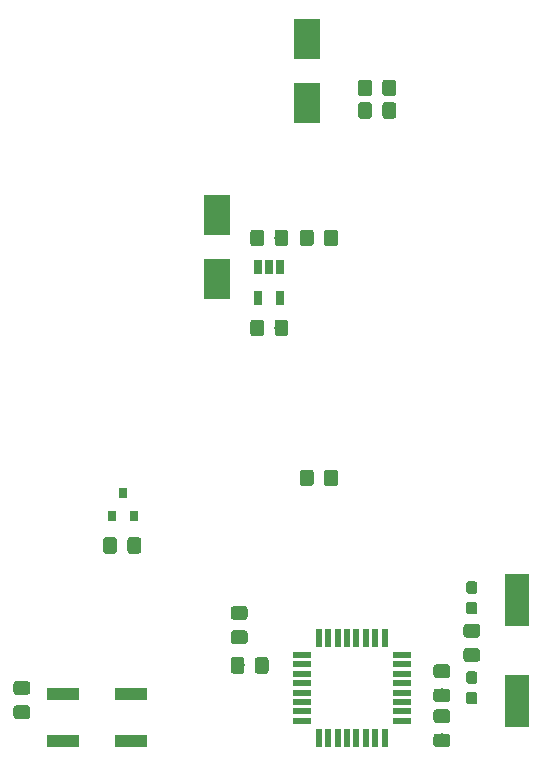
<source format=gbr>
G04 #@! TF.GenerationSoftware,KiCad,Pcbnew,5.1.2-f72e74a~84~ubuntu18.04.1*
G04 #@! TF.CreationDate,2019-05-07T20:49:25+02:00*
G04 #@! TF.ProjectId,slow-cooker,736c6f77-2d63-46f6-9f6b-65722e6b6963,rev?*
G04 #@! TF.SameCoordinates,Original*
G04 #@! TF.FileFunction,Paste,Top*
G04 #@! TF.FilePolarity,Positive*
%FSLAX46Y46*%
G04 Gerber Fmt 4.6, Leading zero omitted, Abs format (unit mm)*
G04 Created by KiCad (PCBNEW 5.1.2-f72e74a~84~ubuntu18.04.1) date 2019-05-07 20:49:25*
%MOMM*%
%LPD*%
G04 APERTURE LIST*
%ADD10C,0.100000*%
%ADD11C,1.150000*%
%ADD12C,0.950000*%
%ADD13R,2.300000X3.500000*%
%ADD14R,0.800000X0.900000*%
%ADD15R,2.750000X1.000000*%
%ADD16R,0.650000X1.220000*%
%ADD17R,0.550000X1.600000*%
%ADD18R,1.600000X0.550000*%
%ADD19R,2.000000X4.500000*%
G04 APERTURE END LIST*
D10*
G36*
X174484505Y-92646204D02*
G01*
X174508773Y-92649804D01*
X174532572Y-92655765D01*
X174555671Y-92664030D01*
X174577850Y-92674520D01*
X174598893Y-92687132D01*
X174618599Y-92701747D01*
X174636777Y-92718223D01*
X174653253Y-92736401D01*
X174667868Y-92756107D01*
X174680480Y-92777150D01*
X174690970Y-92799329D01*
X174699235Y-92822428D01*
X174705196Y-92846227D01*
X174708796Y-92870495D01*
X174710000Y-92894999D01*
X174710000Y-93795001D01*
X174708796Y-93819505D01*
X174705196Y-93843773D01*
X174699235Y-93867572D01*
X174690970Y-93890671D01*
X174680480Y-93912850D01*
X174667868Y-93933893D01*
X174653253Y-93953599D01*
X174636777Y-93971777D01*
X174618599Y-93988253D01*
X174598893Y-94002868D01*
X174577850Y-94015480D01*
X174555671Y-94025970D01*
X174532572Y-94034235D01*
X174508773Y-94040196D01*
X174484505Y-94043796D01*
X174460001Y-94045000D01*
X173809999Y-94045000D01*
X173785495Y-94043796D01*
X173761227Y-94040196D01*
X173737428Y-94034235D01*
X173714329Y-94025970D01*
X173692150Y-94015480D01*
X173671107Y-94002868D01*
X173651401Y-93988253D01*
X173633223Y-93971777D01*
X173616747Y-93953599D01*
X173602132Y-93933893D01*
X173589520Y-93912850D01*
X173579030Y-93890671D01*
X173570765Y-93867572D01*
X173564804Y-93843773D01*
X173561204Y-93819505D01*
X173560000Y-93795001D01*
X173560000Y-92894999D01*
X173561204Y-92870495D01*
X173564804Y-92846227D01*
X173570765Y-92822428D01*
X173579030Y-92799329D01*
X173589520Y-92777150D01*
X173602132Y-92756107D01*
X173616747Y-92736401D01*
X173633223Y-92718223D01*
X173651401Y-92701747D01*
X173671107Y-92687132D01*
X173692150Y-92674520D01*
X173714329Y-92664030D01*
X173737428Y-92655765D01*
X173761227Y-92649804D01*
X173785495Y-92646204D01*
X173809999Y-92645000D01*
X174460001Y-92645000D01*
X174484505Y-92646204D01*
X174484505Y-92646204D01*
G37*
D11*
X174135000Y-93345000D03*
D10*
G36*
X172434505Y-92646204D02*
G01*
X172458773Y-92649804D01*
X172482572Y-92655765D01*
X172505671Y-92664030D01*
X172527850Y-92674520D01*
X172548893Y-92687132D01*
X172568599Y-92701747D01*
X172586777Y-92718223D01*
X172603253Y-92736401D01*
X172617868Y-92756107D01*
X172630480Y-92777150D01*
X172640970Y-92799329D01*
X172649235Y-92822428D01*
X172655196Y-92846227D01*
X172658796Y-92870495D01*
X172660000Y-92894999D01*
X172660000Y-93795001D01*
X172658796Y-93819505D01*
X172655196Y-93843773D01*
X172649235Y-93867572D01*
X172640970Y-93890671D01*
X172630480Y-93912850D01*
X172617868Y-93933893D01*
X172603253Y-93953599D01*
X172586777Y-93971777D01*
X172568599Y-93988253D01*
X172548893Y-94002868D01*
X172527850Y-94015480D01*
X172505671Y-94025970D01*
X172482572Y-94034235D01*
X172458773Y-94040196D01*
X172434505Y-94043796D01*
X172410001Y-94045000D01*
X171759999Y-94045000D01*
X171735495Y-94043796D01*
X171711227Y-94040196D01*
X171687428Y-94034235D01*
X171664329Y-94025970D01*
X171642150Y-94015480D01*
X171621107Y-94002868D01*
X171601401Y-93988253D01*
X171583223Y-93971777D01*
X171566747Y-93953599D01*
X171552132Y-93933893D01*
X171539520Y-93912850D01*
X171529030Y-93890671D01*
X171520765Y-93867572D01*
X171514804Y-93843773D01*
X171511204Y-93819505D01*
X171510000Y-93795001D01*
X171510000Y-92894999D01*
X171511204Y-92870495D01*
X171514804Y-92846227D01*
X171520765Y-92822428D01*
X171529030Y-92799329D01*
X171539520Y-92777150D01*
X171552132Y-92756107D01*
X171566747Y-92736401D01*
X171583223Y-92718223D01*
X171601401Y-92701747D01*
X171621107Y-92687132D01*
X171642150Y-92674520D01*
X171664329Y-92664030D01*
X171687428Y-92655765D01*
X171711227Y-92649804D01*
X171735495Y-92646204D01*
X171759999Y-92645000D01*
X172410001Y-92645000D01*
X172434505Y-92646204D01*
X172434505Y-92646204D01*
G37*
D11*
X172085000Y-93345000D03*
D10*
G36*
X183989505Y-131506204D02*
G01*
X184013773Y-131509804D01*
X184037572Y-131515765D01*
X184060671Y-131524030D01*
X184082850Y-131534520D01*
X184103893Y-131547132D01*
X184123599Y-131561747D01*
X184141777Y-131578223D01*
X184158253Y-131596401D01*
X184172868Y-131616107D01*
X184185480Y-131637150D01*
X184195970Y-131659329D01*
X184204235Y-131682428D01*
X184210196Y-131706227D01*
X184213796Y-131730495D01*
X184215000Y-131754999D01*
X184215000Y-132405001D01*
X184213796Y-132429505D01*
X184210196Y-132453773D01*
X184204235Y-132477572D01*
X184195970Y-132500671D01*
X184185480Y-132522850D01*
X184172868Y-132543893D01*
X184158253Y-132563599D01*
X184141777Y-132581777D01*
X184123599Y-132598253D01*
X184103893Y-132612868D01*
X184082850Y-132625480D01*
X184060671Y-132635970D01*
X184037572Y-132644235D01*
X184013773Y-132650196D01*
X183989505Y-132653796D01*
X183965001Y-132655000D01*
X183064999Y-132655000D01*
X183040495Y-132653796D01*
X183016227Y-132650196D01*
X182992428Y-132644235D01*
X182969329Y-132635970D01*
X182947150Y-132625480D01*
X182926107Y-132612868D01*
X182906401Y-132598253D01*
X182888223Y-132581777D01*
X182871747Y-132563599D01*
X182857132Y-132543893D01*
X182844520Y-132522850D01*
X182834030Y-132500671D01*
X182825765Y-132477572D01*
X182819804Y-132453773D01*
X182816204Y-132429505D01*
X182815000Y-132405001D01*
X182815000Y-131754999D01*
X182816204Y-131730495D01*
X182819804Y-131706227D01*
X182825765Y-131682428D01*
X182834030Y-131659329D01*
X182844520Y-131637150D01*
X182857132Y-131616107D01*
X182871747Y-131596401D01*
X182888223Y-131578223D01*
X182906401Y-131561747D01*
X182926107Y-131547132D01*
X182947150Y-131534520D01*
X182969329Y-131524030D01*
X182992428Y-131515765D01*
X183016227Y-131509804D01*
X183040495Y-131506204D01*
X183064999Y-131505000D01*
X183965001Y-131505000D01*
X183989505Y-131506204D01*
X183989505Y-131506204D01*
G37*
D11*
X183515000Y-132080000D03*
D10*
G36*
X183989505Y-129456204D02*
G01*
X184013773Y-129459804D01*
X184037572Y-129465765D01*
X184060671Y-129474030D01*
X184082850Y-129484520D01*
X184103893Y-129497132D01*
X184123599Y-129511747D01*
X184141777Y-129528223D01*
X184158253Y-129546401D01*
X184172868Y-129566107D01*
X184185480Y-129587150D01*
X184195970Y-129609329D01*
X184204235Y-129632428D01*
X184210196Y-129656227D01*
X184213796Y-129680495D01*
X184215000Y-129704999D01*
X184215000Y-130355001D01*
X184213796Y-130379505D01*
X184210196Y-130403773D01*
X184204235Y-130427572D01*
X184195970Y-130450671D01*
X184185480Y-130472850D01*
X184172868Y-130493893D01*
X184158253Y-130513599D01*
X184141777Y-130531777D01*
X184123599Y-130548253D01*
X184103893Y-130562868D01*
X184082850Y-130575480D01*
X184060671Y-130585970D01*
X184037572Y-130594235D01*
X184013773Y-130600196D01*
X183989505Y-130603796D01*
X183965001Y-130605000D01*
X183064999Y-130605000D01*
X183040495Y-130603796D01*
X183016227Y-130600196D01*
X182992428Y-130594235D01*
X182969329Y-130585970D01*
X182947150Y-130575480D01*
X182926107Y-130562868D01*
X182906401Y-130548253D01*
X182888223Y-130531777D01*
X182871747Y-130513599D01*
X182857132Y-130493893D01*
X182844520Y-130472850D01*
X182834030Y-130450671D01*
X182825765Y-130427572D01*
X182819804Y-130403773D01*
X182816204Y-130379505D01*
X182815000Y-130355001D01*
X182815000Y-129704999D01*
X182816204Y-129680495D01*
X182819804Y-129656227D01*
X182825765Y-129632428D01*
X182834030Y-129609329D01*
X182844520Y-129587150D01*
X182857132Y-129566107D01*
X182871747Y-129546401D01*
X182888223Y-129528223D01*
X182906401Y-129511747D01*
X182926107Y-129497132D01*
X182947150Y-129484520D01*
X182969329Y-129474030D01*
X182992428Y-129465765D01*
X183016227Y-129459804D01*
X183040495Y-129456204D01*
X183064999Y-129455000D01*
X183965001Y-129455000D01*
X183989505Y-129456204D01*
X183989505Y-129456204D01*
G37*
D11*
X183515000Y-130030000D03*
D10*
G36*
X168624505Y-128841204D02*
G01*
X168648773Y-128844804D01*
X168672572Y-128850765D01*
X168695671Y-128859030D01*
X168717850Y-128869520D01*
X168738893Y-128882132D01*
X168758599Y-128896747D01*
X168776777Y-128913223D01*
X168793253Y-128931401D01*
X168807868Y-128951107D01*
X168820480Y-128972150D01*
X168830970Y-128994329D01*
X168839235Y-129017428D01*
X168845196Y-129041227D01*
X168848796Y-129065495D01*
X168850000Y-129089999D01*
X168850000Y-129990001D01*
X168848796Y-130014505D01*
X168845196Y-130038773D01*
X168839235Y-130062572D01*
X168830970Y-130085671D01*
X168820480Y-130107850D01*
X168807868Y-130128893D01*
X168793253Y-130148599D01*
X168776777Y-130166777D01*
X168758599Y-130183253D01*
X168738893Y-130197868D01*
X168717850Y-130210480D01*
X168695671Y-130220970D01*
X168672572Y-130229235D01*
X168648773Y-130235196D01*
X168624505Y-130238796D01*
X168600001Y-130240000D01*
X167949999Y-130240000D01*
X167925495Y-130238796D01*
X167901227Y-130235196D01*
X167877428Y-130229235D01*
X167854329Y-130220970D01*
X167832150Y-130210480D01*
X167811107Y-130197868D01*
X167791401Y-130183253D01*
X167773223Y-130166777D01*
X167756747Y-130148599D01*
X167742132Y-130128893D01*
X167729520Y-130107850D01*
X167719030Y-130085671D01*
X167710765Y-130062572D01*
X167704804Y-130038773D01*
X167701204Y-130014505D01*
X167700000Y-129990001D01*
X167700000Y-129089999D01*
X167701204Y-129065495D01*
X167704804Y-129041227D01*
X167710765Y-129017428D01*
X167719030Y-128994329D01*
X167729520Y-128972150D01*
X167742132Y-128951107D01*
X167756747Y-128931401D01*
X167773223Y-128913223D01*
X167791401Y-128896747D01*
X167811107Y-128882132D01*
X167832150Y-128869520D01*
X167854329Y-128859030D01*
X167877428Y-128850765D01*
X167901227Y-128844804D01*
X167925495Y-128841204D01*
X167949999Y-128840000D01*
X168600001Y-128840000D01*
X168624505Y-128841204D01*
X168624505Y-128841204D01*
G37*
D11*
X168275000Y-129540000D03*
D10*
G36*
X166574505Y-128841204D02*
G01*
X166598773Y-128844804D01*
X166622572Y-128850765D01*
X166645671Y-128859030D01*
X166667850Y-128869520D01*
X166688893Y-128882132D01*
X166708599Y-128896747D01*
X166726777Y-128913223D01*
X166743253Y-128931401D01*
X166757868Y-128951107D01*
X166770480Y-128972150D01*
X166780970Y-128994329D01*
X166789235Y-129017428D01*
X166795196Y-129041227D01*
X166798796Y-129065495D01*
X166800000Y-129089999D01*
X166800000Y-129990001D01*
X166798796Y-130014505D01*
X166795196Y-130038773D01*
X166789235Y-130062572D01*
X166780970Y-130085671D01*
X166770480Y-130107850D01*
X166757868Y-130128893D01*
X166743253Y-130148599D01*
X166726777Y-130166777D01*
X166708599Y-130183253D01*
X166688893Y-130197868D01*
X166667850Y-130210480D01*
X166645671Y-130220970D01*
X166622572Y-130229235D01*
X166598773Y-130235196D01*
X166574505Y-130238796D01*
X166550001Y-130240000D01*
X165899999Y-130240000D01*
X165875495Y-130238796D01*
X165851227Y-130235196D01*
X165827428Y-130229235D01*
X165804329Y-130220970D01*
X165782150Y-130210480D01*
X165761107Y-130197868D01*
X165741401Y-130183253D01*
X165723223Y-130166777D01*
X165706747Y-130148599D01*
X165692132Y-130128893D01*
X165679520Y-130107850D01*
X165669030Y-130085671D01*
X165660765Y-130062572D01*
X165654804Y-130038773D01*
X165651204Y-130014505D01*
X165650000Y-129990001D01*
X165650000Y-129089999D01*
X165651204Y-129065495D01*
X165654804Y-129041227D01*
X165660765Y-129017428D01*
X165669030Y-128994329D01*
X165679520Y-128972150D01*
X165692132Y-128951107D01*
X165706747Y-128931401D01*
X165723223Y-128913223D01*
X165741401Y-128896747D01*
X165761107Y-128882132D01*
X165782150Y-128869520D01*
X165804329Y-128859030D01*
X165827428Y-128850765D01*
X165851227Y-128844804D01*
X165875495Y-128841204D01*
X165899999Y-128840000D01*
X166550001Y-128840000D01*
X166574505Y-128841204D01*
X166574505Y-128841204D01*
G37*
D11*
X166225000Y-129540000D03*
D10*
G36*
X168234505Y-100266204D02*
G01*
X168258773Y-100269804D01*
X168282572Y-100275765D01*
X168305671Y-100284030D01*
X168327850Y-100294520D01*
X168348893Y-100307132D01*
X168368599Y-100321747D01*
X168386777Y-100338223D01*
X168403253Y-100356401D01*
X168417868Y-100376107D01*
X168430480Y-100397150D01*
X168440970Y-100419329D01*
X168449235Y-100442428D01*
X168455196Y-100466227D01*
X168458796Y-100490495D01*
X168460000Y-100514999D01*
X168460000Y-101415001D01*
X168458796Y-101439505D01*
X168455196Y-101463773D01*
X168449235Y-101487572D01*
X168440970Y-101510671D01*
X168430480Y-101532850D01*
X168417868Y-101553893D01*
X168403253Y-101573599D01*
X168386777Y-101591777D01*
X168368599Y-101608253D01*
X168348893Y-101622868D01*
X168327850Y-101635480D01*
X168305671Y-101645970D01*
X168282572Y-101654235D01*
X168258773Y-101660196D01*
X168234505Y-101663796D01*
X168210001Y-101665000D01*
X167559999Y-101665000D01*
X167535495Y-101663796D01*
X167511227Y-101660196D01*
X167487428Y-101654235D01*
X167464329Y-101645970D01*
X167442150Y-101635480D01*
X167421107Y-101622868D01*
X167401401Y-101608253D01*
X167383223Y-101591777D01*
X167366747Y-101573599D01*
X167352132Y-101553893D01*
X167339520Y-101532850D01*
X167329030Y-101510671D01*
X167320765Y-101487572D01*
X167314804Y-101463773D01*
X167311204Y-101439505D01*
X167310000Y-101415001D01*
X167310000Y-100514999D01*
X167311204Y-100490495D01*
X167314804Y-100466227D01*
X167320765Y-100442428D01*
X167329030Y-100419329D01*
X167339520Y-100397150D01*
X167352132Y-100376107D01*
X167366747Y-100356401D01*
X167383223Y-100338223D01*
X167401401Y-100321747D01*
X167421107Y-100307132D01*
X167442150Y-100294520D01*
X167464329Y-100284030D01*
X167487428Y-100275765D01*
X167511227Y-100269804D01*
X167535495Y-100266204D01*
X167559999Y-100265000D01*
X168210001Y-100265000D01*
X168234505Y-100266204D01*
X168234505Y-100266204D01*
G37*
D11*
X167885000Y-100965000D03*
D10*
G36*
X170284505Y-100266204D02*
G01*
X170308773Y-100269804D01*
X170332572Y-100275765D01*
X170355671Y-100284030D01*
X170377850Y-100294520D01*
X170398893Y-100307132D01*
X170418599Y-100321747D01*
X170436777Y-100338223D01*
X170453253Y-100356401D01*
X170467868Y-100376107D01*
X170480480Y-100397150D01*
X170490970Y-100419329D01*
X170499235Y-100442428D01*
X170505196Y-100466227D01*
X170508796Y-100490495D01*
X170510000Y-100514999D01*
X170510000Y-101415001D01*
X170508796Y-101439505D01*
X170505196Y-101463773D01*
X170499235Y-101487572D01*
X170490970Y-101510671D01*
X170480480Y-101532850D01*
X170467868Y-101553893D01*
X170453253Y-101573599D01*
X170436777Y-101591777D01*
X170418599Y-101608253D01*
X170398893Y-101622868D01*
X170377850Y-101635480D01*
X170355671Y-101645970D01*
X170332572Y-101654235D01*
X170308773Y-101660196D01*
X170284505Y-101663796D01*
X170260001Y-101665000D01*
X169609999Y-101665000D01*
X169585495Y-101663796D01*
X169561227Y-101660196D01*
X169537428Y-101654235D01*
X169514329Y-101645970D01*
X169492150Y-101635480D01*
X169471107Y-101622868D01*
X169451401Y-101608253D01*
X169433223Y-101591777D01*
X169416747Y-101573599D01*
X169402132Y-101553893D01*
X169389520Y-101532850D01*
X169379030Y-101510671D01*
X169370765Y-101487572D01*
X169364804Y-101463773D01*
X169361204Y-101439505D01*
X169360000Y-101415001D01*
X169360000Y-100514999D01*
X169361204Y-100490495D01*
X169364804Y-100466227D01*
X169370765Y-100442428D01*
X169379030Y-100419329D01*
X169389520Y-100397150D01*
X169402132Y-100376107D01*
X169416747Y-100356401D01*
X169433223Y-100338223D01*
X169451401Y-100321747D01*
X169471107Y-100307132D01*
X169492150Y-100294520D01*
X169514329Y-100284030D01*
X169537428Y-100275765D01*
X169561227Y-100269804D01*
X169585495Y-100266204D01*
X169609999Y-100265000D01*
X170260001Y-100265000D01*
X170284505Y-100266204D01*
X170284505Y-100266204D01*
G37*
D11*
X169935000Y-100965000D03*
D10*
G36*
X186315779Y-131796144D02*
G01*
X186338834Y-131799563D01*
X186361443Y-131805227D01*
X186383387Y-131813079D01*
X186404457Y-131823044D01*
X186424448Y-131835026D01*
X186443168Y-131848910D01*
X186460438Y-131864562D01*
X186476090Y-131881832D01*
X186489974Y-131900552D01*
X186501956Y-131920543D01*
X186511921Y-131941613D01*
X186519773Y-131963557D01*
X186525437Y-131986166D01*
X186528856Y-132009221D01*
X186530000Y-132032500D01*
X186530000Y-132607500D01*
X186528856Y-132630779D01*
X186525437Y-132653834D01*
X186519773Y-132676443D01*
X186511921Y-132698387D01*
X186501956Y-132719457D01*
X186489974Y-132739448D01*
X186476090Y-132758168D01*
X186460438Y-132775438D01*
X186443168Y-132791090D01*
X186424448Y-132804974D01*
X186404457Y-132816956D01*
X186383387Y-132826921D01*
X186361443Y-132834773D01*
X186338834Y-132840437D01*
X186315779Y-132843856D01*
X186292500Y-132845000D01*
X185817500Y-132845000D01*
X185794221Y-132843856D01*
X185771166Y-132840437D01*
X185748557Y-132834773D01*
X185726613Y-132826921D01*
X185705543Y-132816956D01*
X185685552Y-132804974D01*
X185666832Y-132791090D01*
X185649562Y-132775438D01*
X185633910Y-132758168D01*
X185620026Y-132739448D01*
X185608044Y-132719457D01*
X185598079Y-132698387D01*
X185590227Y-132676443D01*
X185584563Y-132653834D01*
X185581144Y-132630779D01*
X185580000Y-132607500D01*
X185580000Y-132032500D01*
X185581144Y-132009221D01*
X185584563Y-131986166D01*
X185590227Y-131963557D01*
X185598079Y-131941613D01*
X185608044Y-131920543D01*
X185620026Y-131900552D01*
X185633910Y-131881832D01*
X185649562Y-131864562D01*
X185666832Y-131848910D01*
X185685552Y-131835026D01*
X185705543Y-131823044D01*
X185726613Y-131813079D01*
X185748557Y-131805227D01*
X185771166Y-131799563D01*
X185794221Y-131796144D01*
X185817500Y-131795000D01*
X186292500Y-131795000D01*
X186315779Y-131796144D01*
X186315779Y-131796144D01*
G37*
D12*
X186055000Y-132320000D03*
D10*
G36*
X186315779Y-130046144D02*
G01*
X186338834Y-130049563D01*
X186361443Y-130055227D01*
X186383387Y-130063079D01*
X186404457Y-130073044D01*
X186424448Y-130085026D01*
X186443168Y-130098910D01*
X186460438Y-130114562D01*
X186476090Y-130131832D01*
X186489974Y-130150552D01*
X186501956Y-130170543D01*
X186511921Y-130191613D01*
X186519773Y-130213557D01*
X186525437Y-130236166D01*
X186528856Y-130259221D01*
X186530000Y-130282500D01*
X186530000Y-130857500D01*
X186528856Y-130880779D01*
X186525437Y-130903834D01*
X186519773Y-130926443D01*
X186511921Y-130948387D01*
X186501956Y-130969457D01*
X186489974Y-130989448D01*
X186476090Y-131008168D01*
X186460438Y-131025438D01*
X186443168Y-131041090D01*
X186424448Y-131054974D01*
X186404457Y-131066956D01*
X186383387Y-131076921D01*
X186361443Y-131084773D01*
X186338834Y-131090437D01*
X186315779Y-131093856D01*
X186292500Y-131095000D01*
X185817500Y-131095000D01*
X185794221Y-131093856D01*
X185771166Y-131090437D01*
X185748557Y-131084773D01*
X185726613Y-131076921D01*
X185705543Y-131066956D01*
X185685552Y-131054974D01*
X185666832Y-131041090D01*
X185649562Y-131025438D01*
X185633910Y-131008168D01*
X185620026Y-130989448D01*
X185608044Y-130969457D01*
X185598079Y-130948387D01*
X185590227Y-130926443D01*
X185584563Y-130903834D01*
X185581144Y-130880779D01*
X185580000Y-130857500D01*
X185580000Y-130282500D01*
X185581144Y-130259221D01*
X185584563Y-130236166D01*
X185590227Y-130213557D01*
X185598079Y-130191613D01*
X185608044Y-130170543D01*
X185620026Y-130150552D01*
X185633910Y-130131832D01*
X185649562Y-130114562D01*
X185666832Y-130098910D01*
X185685552Y-130085026D01*
X185705543Y-130073044D01*
X185726613Y-130063079D01*
X185748557Y-130055227D01*
X185771166Y-130049563D01*
X185794221Y-130046144D01*
X185817500Y-130045000D01*
X186292500Y-130045000D01*
X186315779Y-130046144D01*
X186315779Y-130046144D01*
G37*
D12*
X186055000Y-130570000D03*
D10*
G36*
X186315779Y-124176144D02*
G01*
X186338834Y-124179563D01*
X186361443Y-124185227D01*
X186383387Y-124193079D01*
X186404457Y-124203044D01*
X186424448Y-124215026D01*
X186443168Y-124228910D01*
X186460438Y-124244562D01*
X186476090Y-124261832D01*
X186489974Y-124280552D01*
X186501956Y-124300543D01*
X186511921Y-124321613D01*
X186519773Y-124343557D01*
X186525437Y-124366166D01*
X186528856Y-124389221D01*
X186530000Y-124412500D01*
X186530000Y-124987500D01*
X186528856Y-125010779D01*
X186525437Y-125033834D01*
X186519773Y-125056443D01*
X186511921Y-125078387D01*
X186501956Y-125099457D01*
X186489974Y-125119448D01*
X186476090Y-125138168D01*
X186460438Y-125155438D01*
X186443168Y-125171090D01*
X186424448Y-125184974D01*
X186404457Y-125196956D01*
X186383387Y-125206921D01*
X186361443Y-125214773D01*
X186338834Y-125220437D01*
X186315779Y-125223856D01*
X186292500Y-125225000D01*
X185817500Y-125225000D01*
X185794221Y-125223856D01*
X185771166Y-125220437D01*
X185748557Y-125214773D01*
X185726613Y-125206921D01*
X185705543Y-125196956D01*
X185685552Y-125184974D01*
X185666832Y-125171090D01*
X185649562Y-125155438D01*
X185633910Y-125138168D01*
X185620026Y-125119448D01*
X185608044Y-125099457D01*
X185598079Y-125078387D01*
X185590227Y-125056443D01*
X185584563Y-125033834D01*
X185581144Y-125010779D01*
X185580000Y-124987500D01*
X185580000Y-124412500D01*
X185581144Y-124389221D01*
X185584563Y-124366166D01*
X185590227Y-124343557D01*
X185598079Y-124321613D01*
X185608044Y-124300543D01*
X185620026Y-124280552D01*
X185633910Y-124261832D01*
X185649562Y-124244562D01*
X185666832Y-124228910D01*
X185685552Y-124215026D01*
X185705543Y-124203044D01*
X185726613Y-124193079D01*
X185748557Y-124185227D01*
X185771166Y-124179563D01*
X185794221Y-124176144D01*
X185817500Y-124175000D01*
X186292500Y-124175000D01*
X186315779Y-124176144D01*
X186315779Y-124176144D01*
G37*
D12*
X186055000Y-124700000D03*
D10*
G36*
X186315779Y-122426144D02*
G01*
X186338834Y-122429563D01*
X186361443Y-122435227D01*
X186383387Y-122443079D01*
X186404457Y-122453044D01*
X186424448Y-122465026D01*
X186443168Y-122478910D01*
X186460438Y-122494562D01*
X186476090Y-122511832D01*
X186489974Y-122530552D01*
X186501956Y-122550543D01*
X186511921Y-122571613D01*
X186519773Y-122593557D01*
X186525437Y-122616166D01*
X186528856Y-122639221D01*
X186530000Y-122662500D01*
X186530000Y-123237500D01*
X186528856Y-123260779D01*
X186525437Y-123283834D01*
X186519773Y-123306443D01*
X186511921Y-123328387D01*
X186501956Y-123349457D01*
X186489974Y-123369448D01*
X186476090Y-123388168D01*
X186460438Y-123405438D01*
X186443168Y-123421090D01*
X186424448Y-123434974D01*
X186404457Y-123446956D01*
X186383387Y-123456921D01*
X186361443Y-123464773D01*
X186338834Y-123470437D01*
X186315779Y-123473856D01*
X186292500Y-123475000D01*
X185817500Y-123475000D01*
X185794221Y-123473856D01*
X185771166Y-123470437D01*
X185748557Y-123464773D01*
X185726613Y-123456921D01*
X185705543Y-123446956D01*
X185685552Y-123434974D01*
X185666832Y-123421090D01*
X185649562Y-123405438D01*
X185633910Y-123388168D01*
X185620026Y-123369448D01*
X185608044Y-123349457D01*
X185598079Y-123328387D01*
X185590227Y-123306443D01*
X185584563Y-123283834D01*
X185581144Y-123260779D01*
X185580000Y-123237500D01*
X185580000Y-122662500D01*
X185581144Y-122639221D01*
X185584563Y-122616166D01*
X185590227Y-122593557D01*
X185598079Y-122571613D01*
X185608044Y-122550543D01*
X185620026Y-122530552D01*
X185633910Y-122511832D01*
X185649562Y-122494562D01*
X185666832Y-122478910D01*
X185685552Y-122465026D01*
X185705543Y-122453044D01*
X185726613Y-122443079D01*
X185748557Y-122435227D01*
X185771166Y-122429563D01*
X185794221Y-122426144D01*
X185817500Y-122425000D01*
X186292500Y-122425000D01*
X186315779Y-122426144D01*
X186315779Y-122426144D01*
G37*
D12*
X186055000Y-122950000D03*
D10*
G36*
X170284505Y-92646204D02*
G01*
X170308773Y-92649804D01*
X170332572Y-92655765D01*
X170355671Y-92664030D01*
X170377850Y-92674520D01*
X170398893Y-92687132D01*
X170418599Y-92701747D01*
X170436777Y-92718223D01*
X170453253Y-92736401D01*
X170467868Y-92756107D01*
X170480480Y-92777150D01*
X170490970Y-92799329D01*
X170499235Y-92822428D01*
X170505196Y-92846227D01*
X170508796Y-92870495D01*
X170510000Y-92894999D01*
X170510000Y-93795001D01*
X170508796Y-93819505D01*
X170505196Y-93843773D01*
X170499235Y-93867572D01*
X170490970Y-93890671D01*
X170480480Y-93912850D01*
X170467868Y-93933893D01*
X170453253Y-93953599D01*
X170436777Y-93971777D01*
X170418599Y-93988253D01*
X170398893Y-94002868D01*
X170377850Y-94015480D01*
X170355671Y-94025970D01*
X170332572Y-94034235D01*
X170308773Y-94040196D01*
X170284505Y-94043796D01*
X170260001Y-94045000D01*
X169609999Y-94045000D01*
X169585495Y-94043796D01*
X169561227Y-94040196D01*
X169537428Y-94034235D01*
X169514329Y-94025970D01*
X169492150Y-94015480D01*
X169471107Y-94002868D01*
X169451401Y-93988253D01*
X169433223Y-93971777D01*
X169416747Y-93953599D01*
X169402132Y-93933893D01*
X169389520Y-93912850D01*
X169379030Y-93890671D01*
X169370765Y-93867572D01*
X169364804Y-93843773D01*
X169361204Y-93819505D01*
X169360000Y-93795001D01*
X169360000Y-92894999D01*
X169361204Y-92870495D01*
X169364804Y-92846227D01*
X169370765Y-92822428D01*
X169379030Y-92799329D01*
X169389520Y-92777150D01*
X169402132Y-92756107D01*
X169416747Y-92736401D01*
X169433223Y-92718223D01*
X169451401Y-92701747D01*
X169471107Y-92687132D01*
X169492150Y-92674520D01*
X169514329Y-92664030D01*
X169537428Y-92655765D01*
X169561227Y-92649804D01*
X169585495Y-92646204D01*
X169609999Y-92645000D01*
X170260001Y-92645000D01*
X170284505Y-92646204D01*
X170284505Y-92646204D01*
G37*
D11*
X169935000Y-93345000D03*
D10*
G36*
X168234505Y-92646204D02*
G01*
X168258773Y-92649804D01*
X168282572Y-92655765D01*
X168305671Y-92664030D01*
X168327850Y-92674520D01*
X168348893Y-92687132D01*
X168368599Y-92701747D01*
X168386777Y-92718223D01*
X168403253Y-92736401D01*
X168417868Y-92756107D01*
X168430480Y-92777150D01*
X168440970Y-92799329D01*
X168449235Y-92822428D01*
X168455196Y-92846227D01*
X168458796Y-92870495D01*
X168460000Y-92894999D01*
X168460000Y-93795001D01*
X168458796Y-93819505D01*
X168455196Y-93843773D01*
X168449235Y-93867572D01*
X168440970Y-93890671D01*
X168430480Y-93912850D01*
X168417868Y-93933893D01*
X168403253Y-93953599D01*
X168386777Y-93971777D01*
X168368599Y-93988253D01*
X168348893Y-94002868D01*
X168327850Y-94015480D01*
X168305671Y-94025970D01*
X168282572Y-94034235D01*
X168258773Y-94040196D01*
X168234505Y-94043796D01*
X168210001Y-94045000D01*
X167559999Y-94045000D01*
X167535495Y-94043796D01*
X167511227Y-94040196D01*
X167487428Y-94034235D01*
X167464329Y-94025970D01*
X167442150Y-94015480D01*
X167421107Y-94002868D01*
X167401401Y-93988253D01*
X167383223Y-93971777D01*
X167366747Y-93953599D01*
X167352132Y-93933893D01*
X167339520Y-93912850D01*
X167329030Y-93890671D01*
X167320765Y-93867572D01*
X167314804Y-93843773D01*
X167311204Y-93819505D01*
X167310000Y-93795001D01*
X167310000Y-92894999D01*
X167311204Y-92870495D01*
X167314804Y-92846227D01*
X167320765Y-92822428D01*
X167329030Y-92799329D01*
X167339520Y-92777150D01*
X167352132Y-92756107D01*
X167366747Y-92736401D01*
X167383223Y-92718223D01*
X167401401Y-92701747D01*
X167421107Y-92687132D01*
X167442150Y-92674520D01*
X167464329Y-92664030D01*
X167487428Y-92655765D01*
X167511227Y-92649804D01*
X167535495Y-92646204D01*
X167559999Y-92645000D01*
X168210001Y-92645000D01*
X168234505Y-92646204D01*
X168234505Y-92646204D01*
G37*
D11*
X167885000Y-93345000D03*
D13*
X164465000Y-91440000D03*
X164465000Y-96840000D03*
X172085000Y-81915000D03*
X172085000Y-76515000D03*
D10*
G36*
X177369505Y-81851204D02*
G01*
X177393773Y-81854804D01*
X177417572Y-81860765D01*
X177440671Y-81869030D01*
X177462850Y-81879520D01*
X177483893Y-81892132D01*
X177503599Y-81906747D01*
X177521777Y-81923223D01*
X177538253Y-81941401D01*
X177552868Y-81961107D01*
X177565480Y-81982150D01*
X177575970Y-82004329D01*
X177584235Y-82027428D01*
X177590196Y-82051227D01*
X177593796Y-82075495D01*
X177595000Y-82099999D01*
X177595000Y-83000001D01*
X177593796Y-83024505D01*
X177590196Y-83048773D01*
X177584235Y-83072572D01*
X177575970Y-83095671D01*
X177565480Y-83117850D01*
X177552868Y-83138893D01*
X177538253Y-83158599D01*
X177521777Y-83176777D01*
X177503599Y-83193253D01*
X177483893Y-83207868D01*
X177462850Y-83220480D01*
X177440671Y-83230970D01*
X177417572Y-83239235D01*
X177393773Y-83245196D01*
X177369505Y-83248796D01*
X177345001Y-83250000D01*
X176694999Y-83250000D01*
X176670495Y-83248796D01*
X176646227Y-83245196D01*
X176622428Y-83239235D01*
X176599329Y-83230970D01*
X176577150Y-83220480D01*
X176556107Y-83207868D01*
X176536401Y-83193253D01*
X176518223Y-83176777D01*
X176501747Y-83158599D01*
X176487132Y-83138893D01*
X176474520Y-83117850D01*
X176464030Y-83095671D01*
X176455765Y-83072572D01*
X176449804Y-83048773D01*
X176446204Y-83024505D01*
X176445000Y-83000001D01*
X176445000Y-82099999D01*
X176446204Y-82075495D01*
X176449804Y-82051227D01*
X176455765Y-82027428D01*
X176464030Y-82004329D01*
X176474520Y-81982150D01*
X176487132Y-81961107D01*
X176501747Y-81941401D01*
X176518223Y-81923223D01*
X176536401Y-81906747D01*
X176556107Y-81892132D01*
X176577150Y-81879520D01*
X176599329Y-81869030D01*
X176622428Y-81860765D01*
X176646227Y-81854804D01*
X176670495Y-81851204D01*
X176694999Y-81850000D01*
X177345001Y-81850000D01*
X177369505Y-81851204D01*
X177369505Y-81851204D01*
G37*
D11*
X177020000Y-82550000D03*
D10*
G36*
X179419505Y-81851204D02*
G01*
X179443773Y-81854804D01*
X179467572Y-81860765D01*
X179490671Y-81869030D01*
X179512850Y-81879520D01*
X179533893Y-81892132D01*
X179553599Y-81906747D01*
X179571777Y-81923223D01*
X179588253Y-81941401D01*
X179602868Y-81961107D01*
X179615480Y-81982150D01*
X179625970Y-82004329D01*
X179634235Y-82027428D01*
X179640196Y-82051227D01*
X179643796Y-82075495D01*
X179645000Y-82099999D01*
X179645000Y-83000001D01*
X179643796Y-83024505D01*
X179640196Y-83048773D01*
X179634235Y-83072572D01*
X179625970Y-83095671D01*
X179615480Y-83117850D01*
X179602868Y-83138893D01*
X179588253Y-83158599D01*
X179571777Y-83176777D01*
X179553599Y-83193253D01*
X179533893Y-83207868D01*
X179512850Y-83220480D01*
X179490671Y-83230970D01*
X179467572Y-83239235D01*
X179443773Y-83245196D01*
X179419505Y-83248796D01*
X179395001Y-83250000D01*
X178744999Y-83250000D01*
X178720495Y-83248796D01*
X178696227Y-83245196D01*
X178672428Y-83239235D01*
X178649329Y-83230970D01*
X178627150Y-83220480D01*
X178606107Y-83207868D01*
X178586401Y-83193253D01*
X178568223Y-83176777D01*
X178551747Y-83158599D01*
X178537132Y-83138893D01*
X178524520Y-83117850D01*
X178514030Y-83095671D01*
X178505765Y-83072572D01*
X178499804Y-83048773D01*
X178496204Y-83024505D01*
X178495000Y-83000001D01*
X178495000Y-82099999D01*
X178496204Y-82075495D01*
X178499804Y-82051227D01*
X178505765Y-82027428D01*
X178514030Y-82004329D01*
X178524520Y-81982150D01*
X178537132Y-81961107D01*
X178551747Y-81941401D01*
X178568223Y-81923223D01*
X178586401Y-81906747D01*
X178606107Y-81892132D01*
X178627150Y-81879520D01*
X178649329Y-81869030D01*
X178672428Y-81860765D01*
X178696227Y-81854804D01*
X178720495Y-81851204D01*
X178744999Y-81850000D01*
X179395001Y-81850000D01*
X179419505Y-81851204D01*
X179419505Y-81851204D01*
G37*
D11*
X179070000Y-82550000D03*
D14*
X155575000Y-116935000D03*
X157475000Y-116935000D03*
X156525000Y-114935000D03*
D10*
G36*
X166844505Y-126571204D02*
G01*
X166868773Y-126574804D01*
X166892572Y-126580765D01*
X166915671Y-126589030D01*
X166937850Y-126599520D01*
X166958893Y-126612132D01*
X166978599Y-126626747D01*
X166996777Y-126643223D01*
X167013253Y-126661401D01*
X167027868Y-126681107D01*
X167040480Y-126702150D01*
X167050970Y-126724329D01*
X167059235Y-126747428D01*
X167065196Y-126771227D01*
X167068796Y-126795495D01*
X167070000Y-126819999D01*
X167070000Y-127470001D01*
X167068796Y-127494505D01*
X167065196Y-127518773D01*
X167059235Y-127542572D01*
X167050970Y-127565671D01*
X167040480Y-127587850D01*
X167027868Y-127608893D01*
X167013253Y-127628599D01*
X166996777Y-127646777D01*
X166978599Y-127663253D01*
X166958893Y-127677868D01*
X166937850Y-127690480D01*
X166915671Y-127700970D01*
X166892572Y-127709235D01*
X166868773Y-127715196D01*
X166844505Y-127718796D01*
X166820001Y-127720000D01*
X165919999Y-127720000D01*
X165895495Y-127718796D01*
X165871227Y-127715196D01*
X165847428Y-127709235D01*
X165824329Y-127700970D01*
X165802150Y-127690480D01*
X165781107Y-127677868D01*
X165761401Y-127663253D01*
X165743223Y-127646777D01*
X165726747Y-127628599D01*
X165712132Y-127608893D01*
X165699520Y-127587850D01*
X165689030Y-127565671D01*
X165680765Y-127542572D01*
X165674804Y-127518773D01*
X165671204Y-127494505D01*
X165670000Y-127470001D01*
X165670000Y-126819999D01*
X165671204Y-126795495D01*
X165674804Y-126771227D01*
X165680765Y-126747428D01*
X165689030Y-126724329D01*
X165699520Y-126702150D01*
X165712132Y-126681107D01*
X165726747Y-126661401D01*
X165743223Y-126643223D01*
X165761401Y-126626747D01*
X165781107Y-126612132D01*
X165802150Y-126599520D01*
X165824329Y-126589030D01*
X165847428Y-126580765D01*
X165871227Y-126574804D01*
X165895495Y-126571204D01*
X165919999Y-126570000D01*
X166820001Y-126570000D01*
X166844505Y-126571204D01*
X166844505Y-126571204D01*
G37*
D11*
X166370000Y-127145000D03*
D10*
G36*
X166844505Y-124521204D02*
G01*
X166868773Y-124524804D01*
X166892572Y-124530765D01*
X166915671Y-124539030D01*
X166937850Y-124549520D01*
X166958893Y-124562132D01*
X166978599Y-124576747D01*
X166996777Y-124593223D01*
X167013253Y-124611401D01*
X167027868Y-124631107D01*
X167040480Y-124652150D01*
X167050970Y-124674329D01*
X167059235Y-124697428D01*
X167065196Y-124721227D01*
X167068796Y-124745495D01*
X167070000Y-124769999D01*
X167070000Y-125420001D01*
X167068796Y-125444505D01*
X167065196Y-125468773D01*
X167059235Y-125492572D01*
X167050970Y-125515671D01*
X167040480Y-125537850D01*
X167027868Y-125558893D01*
X167013253Y-125578599D01*
X166996777Y-125596777D01*
X166978599Y-125613253D01*
X166958893Y-125627868D01*
X166937850Y-125640480D01*
X166915671Y-125650970D01*
X166892572Y-125659235D01*
X166868773Y-125665196D01*
X166844505Y-125668796D01*
X166820001Y-125670000D01*
X165919999Y-125670000D01*
X165895495Y-125668796D01*
X165871227Y-125665196D01*
X165847428Y-125659235D01*
X165824329Y-125650970D01*
X165802150Y-125640480D01*
X165781107Y-125627868D01*
X165761401Y-125613253D01*
X165743223Y-125596777D01*
X165726747Y-125578599D01*
X165712132Y-125558893D01*
X165699520Y-125537850D01*
X165689030Y-125515671D01*
X165680765Y-125492572D01*
X165674804Y-125468773D01*
X165671204Y-125444505D01*
X165670000Y-125420001D01*
X165670000Y-124769999D01*
X165671204Y-124745495D01*
X165674804Y-124721227D01*
X165680765Y-124697428D01*
X165689030Y-124674329D01*
X165699520Y-124652150D01*
X165712132Y-124631107D01*
X165726747Y-124611401D01*
X165743223Y-124593223D01*
X165761401Y-124576747D01*
X165781107Y-124562132D01*
X165802150Y-124549520D01*
X165824329Y-124539030D01*
X165847428Y-124530765D01*
X165871227Y-124524804D01*
X165895495Y-124521204D01*
X165919999Y-124520000D01*
X166820001Y-124520000D01*
X166844505Y-124521204D01*
X166844505Y-124521204D01*
G37*
D11*
X166370000Y-125095000D03*
D10*
G36*
X186529505Y-128086204D02*
G01*
X186553773Y-128089804D01*
X186577572Y-128095765D01*
X186600671Y-128104030D01*
X186622850Y-128114520D01*
X186643893Y-128127132D01*
X186663599Y-128141747D01*
X186681777Y-128158223D01*
X186698253Y-128176401D01*
X186712868Y-128196107D01*
X186725480Y-128217150D01*
X186735970Y-128239329D01*
X186744235Y-128262428D01*
X186750196Y-128286227D01*
X186753796Y-128310495D01*
X186755000Y-128334999D01*
X186755000Y-128985001D01*
X186753796Y-129009505D01*
X186750196Y-129033773D01*
X186744235Y-129057572D01*
X186735970Y-129080671D01*
X186725480Y-129102850D01*
X186712868Y-129123893D01*
X186698253Y-129143599D01*
X186681777Y-129161777D01*
X186663599Y-129178253D01*
X186643893Y-129192868D01*
X186622850Y-129205480D01*
X186600671Y-129215970D01*
X186577572Y-129224235D01*
X186553773Y-129230196D01*
X186529505Y-129233796D01*
X186505001Y-129235000D01*
X185604999Y-129235000D01*
X185580495Y-129233796D01*
X185556227Y-129230196D01*
X185532428Y-129224235D01*
X185509329Y-129215970D01*
X185487150Y-129205480D01*
X185466107Y-129192868D01*
X185446401Y-129178253D01*
X185428223Y-129161777D01*
X185411747Y-129143599D01*
X185397132Y-129123893D01*
X185384520Y-129102850D01*
X185374030Y-129080671D01*
X185365765Y-129057572D01*
X185359804Y-129033773D01*
X185356204Y-129009505D01*
X185355000Y-128985001D01*
X185355000Y-128334999D01*
X185356204Y-128310495D01*
X185359804Y-128286227D01*
X185365765Y-128262428D01*
X185374030Y-128239329D01*
X185384520Y-128217150D01*
X185397132Y-128196107D01*
X185411747Y-128176401D01*
X185428223Y-128158223D01*
X185446401Y-128141747D01*
X185466107Y-128127132D01*
X185487150Y-128114520D01*
X185509329Y-128104030D01*
X185532428Y-128095765D01*
X185556227Y-128089804D01*
X185580495Y-128086204D01*
X185604999Y-128085000D01*
X186505001Y-128085000D01*
X186529505Y-128086204D01*
X186529505Y-128086204D01*
G37*
D11*
X186055000Y-128660000D03*
D10*
G36*
X186529505Y-126036204D02*
G01*
X186553773Y-126039804D01*
X186577572Y-126045765D01*
X186600671Y-126054030D01*
X186622850Y-126064520D01*
X186643893Y-126077132D01*
X186663599Y-126091747D01*
X186681777Y-126108223D01*
X186698253Y-126126401D01*
X186712868Y-126146107D01*
X186725480Y-126167150D01*
X186735970Y-126189329D01*
X186744235Y-126212428D01*
X186750196Y-126236227D01*
X186753796Y-126260495D01*
X186755000Y-126284999D01*
X186755000Y-126935001D01*
X186753796Y-126959505D01*
X186750196Y-126983773D01*
X186744235Y-127007572D01*
X186735970Y-127030671D01*
X186725480Y-127052850D01*
X186712868Y-127073893D01*
X186698253Y-127093599D01*
X186681777Y-127111777D01*
X186663599Y-127128253D01*
X186643893Y-127142868D01*
X186622850Y-127155480D01*
X186600671Y-127165970D01*
X186577572Y-127174235D01*
X186553773Y-127180196D01*
X186529505Y-127183796D01*
X186505001Y-127185000D01*
X185604999Y-127185000D01*
X185580495Y-127183796D01*
X185556227Y-127180196D01*
X185532428Y-127174235D01*
X185509329Y-127165970D01*
X185487150Y-127155480D01*
X185466107Y-127142868D01*
X185446401Y-127128253D01*
X185428223Y-127111777D01*
X185411747Y-127093599D01*
X185397132Y-127073893D01*
X185384520Y-127052850D01*
X185374030Y-127030671D01*
X185365765Y-127007572D01*
X185359804Y-126983773D01*
X185356204Y-126959505D01*
X185355000Y-126935001D01*
X185355000Y-126284999D01*
X185356204Y-126260495D01*
X185359804Y-126236227D01*
X185365765Y-126212428D01*
X185374030Y-126189329D01*
X185384520Y-126167150D01*
X185397132Y-126146107D01*
X185411747Y-126126401D01*
X185428223Y-126108223D01*
X185446401Y-126091747D01*
X185466107Y-126077132D01*
X185487150Y-126064520D01*
X185509329Y-126054030D01*
X185532428Y-126045765D01*
X185556227Y-126039804D01*
X185580495Y-126036204D01*
X185604999Y-126035000D01*
X186505001Y-126035000D01*
X186529505Y-126036204D01*
X186529505Y-126036204D01*
G37*
D11*
X186055000Y-126610000D03*
D10*
G36*
X148429505Y-132921204D02*
G01*
X148453773Y-132924804D01*
X148477572Y-132930765D01*
X148500671Y-132939030D01*
X148522850Y-132949520D01*
X148543893Y-132962132D01*
X148563599Y-132976747D01*
X148581777Y-132993223D01*
X148598253Y-133011401D01*
X148612868Y-133031107D01*
X148625480Y-133052150D01*
X148635970Y-133074329D01*
X148644235Y-133097428D01*
X148650196Y-133121227D01*
X148653796Y-133145495D01*
X148655000Y-133169999D01*
X148655000Y-133820001D01*
X148653796Y-133844505D01*
X148650196Y-133868773D01*
X148644235Y-133892572D01*
X148635970Y-133915671D01*
X148625480Y-133937850D01*
X148612868Y-133958893D01*
X148598253Y-133978599D01*
X148581777Y-133996777D01*
X148563599Y-134013253D01*
X148543893Y-134027868D01*
X148522850Y-134040480D01*
X148500671Y-134050970D01*
X148477572Y-134059235D01*
X148453773Y-134065196D01*
X148429505Y-134068796D01*
X148405001Y-134070000D01*
X147504999Y-134070000D01*
X147480495Y-134068796D01*
X147456227Y-134065196D01*
X147432428Y-134059235D01*
X147409329Y-134050970D01*
X147387150Y-134040480D01*
X147366107Y-134027868D01*
X147346401Y-134013253D01*
X147328223Y-133996777D01*
X147311747Y-133978599D01*
X147297132Y-133958893D01*
X147284520Y-133937850D01*
X147274030Y-133915671D01*
X147265765Y-133892572D01*
X147259804Y-133868773D01*
X147256204Y-133844505D01*
X147255000Y-133820001D01*
X147255000Y-133169999D01*
X147256204Y-133145495D01*
X147259804Y-133121227D01*
X147265765Y-133097428D01*
X147274030Y-133074329D01*
X147284520Y-133052150D01*
X147297132Y-133031107D01*
X147311747Y-133011401D01*
X147328223Y-132993223D01*
X147346401Y-132976747D01*
X147366107Y-132962132D01*
X147387150Y-132949520D01*
X147409329Y-132939030D01*
X147432428Y-132930765D01*
X147456227Y-132924804D01*
X147480495Y-132921204D01*
X147504999Y-132920000D01*
X148405001Y-132920000D01*
X148429505Y-132921204D01*
X148429505Y-132921204D01*
G37*
D11*
X147955000Y-133495000D03*
D10*
G36*
X148429505Y-130871204D02*
G01*
X148453773Y-130874804D01*
X148477572Y-130880765D01*
X148500671Y-130889030D01*
X148522850Y-130899520D01*
X148543893Y-130912132D01*
X148563599Y-130926747D01*
X148581777Y-130943223D01*
X148598253Y-130961401D01*
X148612868Y-130981107D01*
X148625480Y-131002150D01*
X148635970Y-131024329D01*
X148644235Y-131047428D01*
X148650196Y-131071227D01*
X148653796Y-131095495D01*
X148655000Y-131119999D01*
X148655000Y-131770001D01*
X148653796Y-131794505D01*
X148650196Y-131818773D01*
X148644235Y-131842572D01*
X148635970Y-131865671D01*
X148625480Y-131887850D01*
X148612868Y-131908893D01*
X148598253Y-131928599D01*
X148581777Y-131946777D01*
X148563599Y-131963253D01*
X148543893Y-131977868D01*
X148522850Y-131990480D01*
X148500671Y-132000970D01*
X148477572Y-132009235D01*
X148453773Y-132015196D01*
X148429505Y-132018796D01*
X148405001Y-132020000D01*
X147504999Y-132020000D01*
X147480495Y-132018796D01*
X147456227Y-132015196D01*
X147432428Y-132009235D01*
X147409329Y-132000970D01*
X147387150Y-131990480D01*
X147366107Y-131977868D01*
X147346401Y-131963253D01*
X147328223Y-131946777D01*
X147311747Y-131928599D01*
X147297132Y-131908893D01*
X147284520Y-131887850D01*
X147274030Y-131865671D01*
X147265765Y-131842572D01*
X147259804Y-131818773D01*
X147256204Y-131794505D01*
X147255000Y-131770001D01*
X147255000Y-131119999D01*
X147256204Y-131095495D01*
X147259804Y-131071227D01*
X147265765Y-131047428D01*
X147274030Y-131024329D01*
X147284520Y-131002150D01*
X147297132Y-130981107D01*
X147311747Y-130961401D01*
X147328223Y-130943223D01*
X147346401Y-130926747D01*
X147366107Y-130912132D01*
X147387150Y-130899520D01*
X147409329Y-130889030D01*
X147432428Y-130880765D01*
X147456227Y-130874804D01*
X147480495Y-130871204D01*
X147504999Y-130870000D01*
X148405001Y-130870000D01*
X148429505Y-130871204D01*
X148429505Y-130871204D01*
G37*
D11*
X147955000Y-131445000D03*
D10*
G36*
X174484505Y-112966204D02*
G01*
X174508773Y-112969804D01*
X174532572Y-112975765D01*
X174555671Y-112984030D01*
X174577850Y-112994520D01*
X174598893Y-113007132D01*
X174618599Y-113021747D01*
X174636777Y-113038223D01*
X174653253Y-113056401D01*
X174667868Y-113076107D01*
X174680480Y-113097150D01*
X174690970Y-113119329D01*
X174699235Y-113142428D01*
X174705196Y-113166227D01*
X174708796Y-113190495D01*
X174710000Y-113214999D01*
X174710000Y-114115001D01*
X174708796Y-114139505D01*
X174705196Y-114163773D01*
X174699235Y-114187572D01*
X174690970Y-114210671D01*
X174680480Y-114232850D01*
X174667868Y-114253893D01*
X174653253Y-114273599D01*
X174636777Y-114291777D01*
X174618599Y-114308253D01*
X174598893Y-114322868D01*
X174577850Y-114335480D01*
X174555671Y-114345970D01*
X174532572Y-114354235D01*
X174508773Y-114360196D01*
X174484505Y-114363796D01*
X174460001Y-114365000D01*
X173809999Y-114365000D01*
X173785495Y-114363796D01*
X173761227Y-114360196D01*
X173737428Y-114354235D01*
X173714329Y-114345970D01*
X173692150Y-114335480D01*
X173671107Y-114322868D01*
X173651401Y-114308253D01*
X173633223Y-114291777D01*
X173616747Y-114273599D01*
X173602132Y-114253893D01*
X173589520Y-114232850D01*
X173579030Y-114210671D01*
X173570765Y-114187572D01*
X173564804Y-114163773D01*
X173561204Y-114139505D01*
X173560000Y-114115001D01*
X173560000Y-113214999D01*
X173561204Y-113190495D01*
X173564804Y-113166227D01*
X173570765Y-113142428D01*
X173579030Y-113119329D01*
X173589520Y-113097150D01*
X173602132Y-113076107D01*
X173616747Y-113056401D01*
X173633223Y-113038223D01*
X173651401Y-113021747D01*
X173671107Y-113007132D01*
X173692150Y-112994520D01*
X173714329Y-112984030D01*
X173737428Y-112975765D01*
X173761227Y-112969804D01*
X173785495Y-112966204D01*
X173809999Y-112965000D01*
X174460001Y-112965000D01*
X174484505Y-112966204D01*
X174484505Y-112966204D01*
G37*
D11*
X174135000Y-113665000D03*
D10*
G36*
X172434505Y-112966204D02*
G01*
X172458773Y-112969804D01*
X172482572Y-112975765D01*
X172505671Y-112984030D01*
X172527850Y-112994520D01*
X172548893Y-113007132D01*
X172568599Y-113021747D01*
X172586777Y-113038223D01*
X172603253Y-113056401D01*
X172617868Y-113076107D01*
X172630480Y-113097150D01*
X172640970Y-113119329D01*
X172649235Y-113142428D01*
X172655196Y-113166227D01*
X172658796Y-113190495D01*
X172660000Y-113214999D01*
X172660000Y-114115001D01*
X172658796Y-114139505D01*
X172655196Y-114163773D01*
X172649235Y-114187572D01*
X172640970Y-114210671D01*
X172630480Y-114232850D01*
X172617868Y-114253893D01*
X172603253Y-114273599D01*
X172586777Y-114291777D01*
X172568599Y-114308253D01*
X172548893Y-114322868D01*
X172527850Y-114335480D01*
X172505671Y-114345970D01*
X172482572Y-114354235D01*
X172458773Y-114360196D01*
X172434505Y-114363796D01*
X172410001Y-114365000D01*
X171759999Y-114365000D01*
X171735495Y-114363796D01*
X171711227Y-114360196D01*
X171687428Y-114354235D01*
X171664329Y-114345970D01*
X171642150Y-114335480D01*
X171621107Y-114322868D01*
X171601401Y-114308253D01*
X171583223Y-114291777D01*
X171566747Y-114273599D01*
X171552132Y-114253893D01*
X171539520Y-114232850D01*
X171529030Y-114210671D01*
X171520765Y-114187572D01*
X171514804Y-114163773D01*
X171511204Y-114139505D01*
X171510000Y-114115001D01*
X171510000Y-113214999D01*
X171511204Y-113190495D01*
X171514804Y-113166227D01*
X171520765Y-113142428D01*
X171529030Y-113119329D01*
X171539520Y-113097150D01*
X171552132Y-113076107D01*
X171566747Y-113056401D01*
X171583223Y-113038223D01*
X171601401Y-113021747D01*
X171621107Y-113007132D01*
X171642150Y-112994520D01*
X171664329Y-112984030D01*
X171687428Y-112975765D01*
X171711227Y-112969804D01*
X171735495Y-112966204D01*
X171759999Y-112965000D01*
X172410001Y-112965000D01*
X172434505Y-112966204D01*
X172434505Y-112966204D01*
G37*
D11*
X172085000Y-113665000D03*
D10*
G36*
X155779505Y-118681204D02*
G01*
X155803773Y-118684804D01*
X155827572Y-118690765D01*
X155850671Y-118699030D01*
X155872850Y-118709520D01*
X155893893Y-118722132D01*
X155913599Y-118736747D01*
X155931777Y-118753223D01*
X155948253Y-118771401D01*
X155962868Y-118791107D01*
X155975480Y-118812150D01*
X155985970Y-118834329D01*
X155994235Y-118857428D01*
X156000196Y-118881227D01*
X156003796Y-118905495D01*
X156005000Y-118929999D01*
X156005000Y-119830001D01*
X156003796Y-119854505D01*
X156000196Y-119878773D01*
X155994235Y-119902572D01*
X155985970Y-119925671D01*
X155975480Y-119947850D01*
X155962868Y-119968893D01*
X155948253Y-119988599D01*
X155931777Y-120006777D01*
X155913599Y-120023253D01*
X155893893Y-120037868D01*
X155872850Y-120050480D01*
X155850671Y-120060970D01*
X155827572Y-120069235D01*
X155803773Y-120075196D01*
X155779505Y-120078796D01*
X155755001Y-120080000D01*
X155104999Y-120080000D01*
X155080495Y-120078796D01*
X155056227Y-120075196D01*
X155032428Y-120069235D01*
X155009329Y-120060970D01*
X154987150Y-120050480D01*
X154966107Y-120037868D01*
X154946401Y-120023253D01*
X154928223Y-120006777D01*
X154911747Y-119988599D01*
X154897132Y-119968893D01*
X154884520Y-119947850D01*
X154874030Y-119925671D01*
X154865765Y-119902572D01*
X154859804Y-119878773D01*
X154856204Y-119854505D01*
X154855000Y-119830001D01*
X154855000Y-118929999D01*
X154856204Y-118905495D01*
X154859804Y-118881227D01*
X154865765Y-118857428D01*
X154874030Y-118834329D01*
X154884520Y-118812150D01*
X154897132Y-118791107D01*
X154911747Y-118771401D01*
X154928223Y-118753223D01*
X154946401Y-118736747D01*
X154966107Y-118722132D01*
X154987150Y-118709520D01*
X155009329Y-118699030D01*
X155032428Y-118690765D01*
X155056227Y-118684804D01*
X155080495Y-118681204D01*
X155104999Y-118680000D01*
X155755001Y-118680000D01*
X155779505Y-118681204D01*
X155779505Y-118681204D01*
G37*
D11*
X155430000Y-119380000D03*
D10*
G36*
X157829505Y-118681204D02*
G01*
X157853773Y-118684804D01*
X157877572Y-118690765D01*
X157900671Y-118699030D01*
X157922850Y-118709520D01*
X157943893Y-118722132D01*
X157963599Y-118736747D01*
X157981777Y-118753223D01*
X157998253Y-118771401D01*
X158012868Y-118791107D01*
X158025480Y-118812150D01*
X158035970Y-118834329D01*
X158044235Y-118857428D01*
X158050196Y-118881227D01*
X158053796Y-118905495D01*
X158055000Y-118929999D01*
X158055000Y-119830001D01*
X158053796Y-119854505D01*
X158050196Y-119878773D01*
X158044235Y-119902572D01*
X158035970Y-119925671D01*
X158025480Y-119947850D01*
X158012868Y-119968893D01*
X157998253Y-119988599D01*
X157981777Y-120006777D01*
X157963599Y-120023253D01*
X157943893Y-120037868D01*
X157922850Y-120050480D01*
X157900671Y-120060970D01*
X157877572Y-120069235D01*
X157853773Y-120075196D01*
X157829505Y-120078796D01*
X157805001Y-120080000D01*
X157154999Y-120080000D01*
X157130495Y-120078796D01*
X157106227Y-120075196D01*
X157082428Y-120069235D01*
X157059329Y-120060970D01*
X157037150Y-120050480D01*
X157016107Y-120037868D01*
X156996401Y-120023253D01*
X156978223Y-120006777D01*
X156961747Y-119988599D01*
X156947132Y-119968893D01*
X156934520Y-119947850D01*
X156924030Y-119925671D01*
X156915765Y-119902572D01*
X156909804Y-119878773D01*
X156906204Y-119854505D01*
X156905000Y-119830001D01*
X156905000Y-118929999D01*
X156906204Y-118905495D01*
X156909804Y-118881227D01*
X156915765Y-118857428D01*
X156924030Y-118834329D01*
X156934520Y-118812150D01*
X156947132Y-118791107D01*
X156961747Y-118771401D01*
X156978223Y-118753223D01*
X156996401Y-118736747D01*
X157016107Y-118722132D01*
X157037150Y-118709520D01*
X157059329Y-118699030D01*
X157082428Y-118690765D01*
X157106227Y-118684804D01*
X157130495Y-118681204D01*
X157154999Y-118680000D01*
X157805001Y-118680000D01*
X157829505Y-118681204D01*
X157829505Y-118681204D01*
G37*
D11*
X157480000Y-119380000D03*
D10*
G36*
X183989505Y-133266204D02*
G01*
X184013773Y-133269804D01*
X184037572Y-133275765D01*
X184060671Y-133284030D01*
X184082850Y-133294520D01*
X184103893Y-133307132D01*
X184123599Y-133321747D01*
X184141777Y-133338223D01*
X184158253Y-133356401D01*
X184172868Y-133376107D01*
X184185480Y-133397150D01*
X184195970Y-133419329D01*
X184204235Y-133442428D01*
X184210196Y-133466227D01*
X184213796Y-133490495D01*
X184215000Y-133514999D01*
X184215000Y-134165001D01*
X184213796Y-134189505D01*
X184210196Y-134213773D01*
X184204235Y-134237572D01*
X184195970Y-134260671D01*
X184185480Y-134282850D01*
X184172868Y-134303893D01*
X184158253Y-134323599D01*
X184141777Y-134341777D01*
X184123599Y-134358253D01*
X184103893Y-134372868D01*
X184082850Y-134385480D01*
X184060671Y-134395970D01*
X184037572Y-134404235D01*
X184013773Y-134410196D01*
X183989505Y-134413796D01*
X183965001Y-134415000D01*
X183064999Y-134415000D01*
X183040495Y-134413796D01*
X183016227Y-134410196D01*
X182992428Y-134404235D01*
X182969329Y-134395970D01*
X182947150Y-134385480D01*
X182926107Y-134372868D01*
X182906401Y-134358253D01*
X182888223Y-134341777D01*
X182871747Y-134323599D01*
X182857132Y-134303893D01*
X182844520Y-134282850D01*
X182834030Y-134260671D01*
X182825765Y-134237572D01*
X182819804Y-134213773D01*
X182816204Y-134189505D01*
X182815000Y-134165001D01*
X182815000Y-133514999D01*
X182816204Y-133490495D01*
X182819804Y-133466227D01*
X182825765Y-133442428D01*
X182834030Y-133419329D01*
X182844520Y-133397150D01*
X182857132Y-133376107D01*
X182871747Y-133356401D01*
X182888223Y-133338223D01*
X182906401Y-133321747D01*
X182926107Y-133307132D01*
X182947150Y-133294520D01*
X182969329Y-133284030D01*
X182992428Y-133275765D01*
X183016227Y-133269804D01*
X183040495Y-133266204D01*
X183064999Y-133265000D01*
X183965001Y-133265000D01*
X183989505Y-133266204D01*
X183989505Y-133266204D01*
G37*
D11*
X183515000Y-133840000D03*
D10*
G36*
X183989505Y-135316204D02*
G01*
X184013773Y-135319804D01*
X184037572Y-135325765D01*
X184060671Y-135334030D01*
X184082850Y-135344520D01*
X184103893Y-135357132D01*
X184123599Y-135371747D01*
X184141777Y-135388223D01*
X184158253Y-135406401D01*
X184172868Y-135426107D01*
X184185480Y-135447150D01*
X184195970Y-135469329D01*
X184204235Y-135492428D01*
X184210196Y-135516227D01*
X184213796Y-135540495D01*
X184215000Y-135564999D01*
X184215000Y-136215001D01*
X184213796Y-136239505D01*
X184210196Y-136263773D01*
X184204235Y-136287572D01*
X184195970Y-136310671D01*
X184185480Y-136332850D01*
X184172868Y-136353893D01*
X184158253Y-136373599D01*
X184141777Y-136391777D01*
X184123599Y-136408253D01*
X184103893Y-136422868D01*
X184082850Y-136435480D01*
X184060671Y-136445970D01*
X184037572Y-136454235D01*
X184013773Y-136460196D01*
X183989505Y-136463796D01*
X183965001Y-136465000D01*
X183064999Y-136465000D01*
X183040495Y-136463796D01*
X183016227Y-136460196D01*
X182992428Y-136454235D01*
X182969329Y-136445970D01*
X182947150Y-136435480D01*
X182926107Y-136422868D01*
X182906401Y-136408253D01*
X182888223Y-136391777D01*
X182871747Y-136373599D01*
X182857132Y-136353893D01*
X182844520Y-136332850D01*
X182834030Y-136310671D01*
X182825765Y-136287572D01*
X182819804Y-136263773D01*
X182816204Y-136239505D01*
X182815000Y-136215001D01*
X182815000Y-135564999D01*
X182816204Y-135540495D01*
X182819804Y-135516227D01*
X182825765Y-135492428D01*
X182834030Y-135469329D01*
X182844520Y-135447150D01*
X182857132Y-135426107D01*
X182871747Y-135406401D01*
X182888223Y-135388223D01*
X182906401Y-135371747D01*
X182926107Y-135357132D01*
X182947150Y-135344520D01*
X182969329Y-135334030D01*
X182992428Y-135325765D01*
X183016227Y-135319804D01*
X183040495Y-135316204D01*
X183064999Y-135315000D01*
X183965001Y-135315000D01*
X183989505Y-135316204D01*
X183989505Y-135316204D01*
G37*
D11*
X183515000Y-135890000D03*
D10*
G36*
X179419505Y-79946204D02*
G01*
X179443773Y-79949804D01*
X179467572Y-79955765D01*
X179490671Y-79964030D01*
X179512850Y-79974520D01*
X179533893Y-79987132D01*
X179553599Y-80001747D01*
X179571777Y-80018223D01*
X179588253Y-80036401D01*
X179602868Y-80056107D01*
X179615480Y-80077150D01*
X179625970Y-80099329D01*
X179634235Y-80122428D01*
X179640196Y-80146227D01*
X179643796Y-80170495D01*
X179645000Y-80194999D01*
X179645000Y-81095001D01*
X179643796Y-81119505D01*
X179640196Y-81143773D01*
X179634235Y-81167572D01*
X179625970Y-81190671D01*
X179615480Y-81212850D01*
X179602868Y-81233893D01*
X179588253Y-81253599D01*
X179571777Y-81271777D01*
X179553599Y-81288253D01*
X179533893Y-81302868D01*
X179512850Y-81315480D01*
X179490671Y-81325970D01*
X179467572Y-81334235D01*
X179443773Y-81340196D01*
X179419505Y-81343796D01*
X179395001Y-81345000D01*
X178744999Y-81345000D01*
X178720495Y-81343796D01*
X178696227Y-81340196D01*
X178672428Y-81334235D01*
X178649329Y-81325970D01*
X178627150Y-81315480D01*
X178606107Y-81302868D01*
X178586401Y-81288253D01*
X178568223Y-81271777D01*
X178551747Y-81253599D01*
X178537132Y-81233893D01*
X178524520Y-81212850D01*
X178514030Y-81190671D01*
X178505765Y-81167572D01*
X178499804Y-81143773D01*
X178496204Y-81119505D01*
X178495000Y-81095001D01*
X178495000Y-80194999D01*
X178496204Y-80170495D01*
X178499804Y-80146227D01*
X178505765Y-80122428D01*
X178514030Y-80099329D01*
X178524520Y-80077150D01*
X178537132Y-80056107D01*
X178551747Y-80036401D01*
X178568223Y-80018223D01*
X178586401Y-80001747D01*
X178606107Y-79987132D01*
X178627150Y-79974520D01*
X178649329Y-79964030D01*
X178672428Y-79955765D01*
X178696227Y-79949804D01*
X178720495Y-79946204D01*
X178744999Y-79945000D01*
X179395001Y-79945000D01*
X179419505Y-79946204D01*
X179419505Y-79946204D01*
G37*
D11*
X179070000Y-80645000D03*
D10*
G36*
X177369505Y-79946204D02*
G01*
X177393773Y-79949804D01*
X177417572Y-79955765D01*
X177440671Y-79964030D01*
X177462850Y-79974520D01*
X177483893Y-79987132D01*
X177503599Y-80001747D01*
X177521777Y-80018223D01*
X177538253Y-80036401D01*
X177552868Y-80056107D01*
X177565480Y-80077150D01*
X177575970Y-80099329D01*
X177584235Y-80122428D01*
X177590196Y-80146227D01*
X177593796Y-80170495D01*
X177595000Y-80194999D01*
X177595000Y-81095001D01*
X177593796Y-81119505D01*
X177590196Y-81143773D01*
X177584235Y-81167572D01*
X177575970Y-81190671D01*
X177565480Y-81212850D01*
X177552868Y-81233893D01*
X177538253Y-81253599D01*
X177521777Y-81271777D01*
X177503599Y-81288253D01*
X177483893Y-81302868D01*
X177462850Y-81315480D01*
X177440671Y-81325970D01*
X177417572Y-81334235D01*
X177393773Y-81340196D01*
X177369505Y-81343796D01*
X177345001Y-81345000D01*
X176694999Y-81345000D01*
X176670495Y-81343796D01*
X176646227Y-81340196D01*
X176622428Y-81334235D01*
X176599329Y-81325970D01*
X176577150Y-81315480D01*
X176556107Y-81302868D01*
X176536401Y-81288253D01*
X176518223Y-81271777D01*
X176501747Y-81253599D01*
X176487132Y-81233893D01*
X176474520Y-81212850D01*
X176464030Y-81190671D01*
X176455765Y-81167572D01*
X176449804Y-81143773D01*
X176446204Y-81119505D01*
X176445000Y-81095001D01*
X176445000Y-80194999D01*
X176446204Y-80170495D01*
X176449804Y-80146227D01*
X176455765Y-80122428D01*
X176464030Y-80099329D01*
X176474520Y-80077150D01*
X176487132Y-80056107D01*
X176501747Y-80036401D01*
X176518223Y-80018223D01*
X176536401Y-80001747D01*
X176556107Y-79987132D01*
X176577150Y-79974520D01*
X176599329Y-79964030D01*
X176622428Y-79955765D01*
X176646227Y-79949804D01*
X176670495Y-79946204D01*
X176694999Y-79945000D01*
X177345001Y-79945000D01*
X177369505Y-79946204D01*
X177369505Y-79946204D01*
G37*
D11*
X177020000Y-80645000D03*
D15*
X151425000Y-135985000D03*
X157185000Y-135985000D03*
X157185000Y-131985000D03*
X151425000Y-131985000D03*
D16*
X169860000Y-95845000D03*
X168910000Y-95845000D03*
X167960000Y-95845000D03*
X167960000Y-98465000D03*
X169860000Y-98465000D03*
D17*
X178695000Y-135695000D03*
X177895000Y-135695000D03*
X177095000Y-135695000D03*
X176295000Y-135695000D03*
X175495000Y-135695000D03*
X174695000Y-135695000D03*
X173895000Y-135695000D03*
X173095000Y-135695000D03*
D18*
X171645000Y-134245000D03*
X171645000Y-133445000D03*
X171645000Y-132645000D03*
X171645000Y-131845000D03*
X171645000Y-131045000D03*
X171645000Y-130245000D03*
X171645000Y-129445000D03*
X171645000Y-128645000D03*
D17*
X173095000Y-127195000D03*
X173895000Y-127195000D03*
X174695000Y-127195000D03*
X175495000Y-127195000D03*
X176295000Y-127195000D03*
X177095000Y-127195000D03*
X177895000Y-127195000D03*
X178695000Y-127195000D03*
D18*
X180145000Y-128645000D03*
X180145000Y-129445000D03*
X180145000Y-130245000D03*
X180145000Y-131045000D03*
X180145000Y-131845000D03*
X180145000Y-132645000D03*
X180145000Y-133445000D03*
X180145000Y-134245000D03*
D19*
X189865000Y-124020000D03*
X189865000Y-132520000D03*
M02*

</source>
